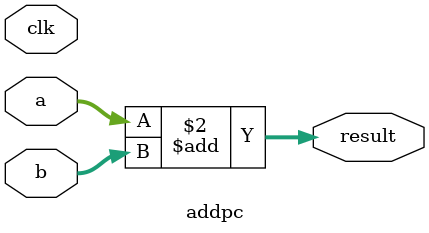
<source format=v>
module addpc(a, b, result, clk);
  input clk;
  input [31:0] a, b;
  output [31:0] result;
  reg [31:0] result;
  
  always @( a ) begin
    result = a + b;
  end

endmodule

</source>
